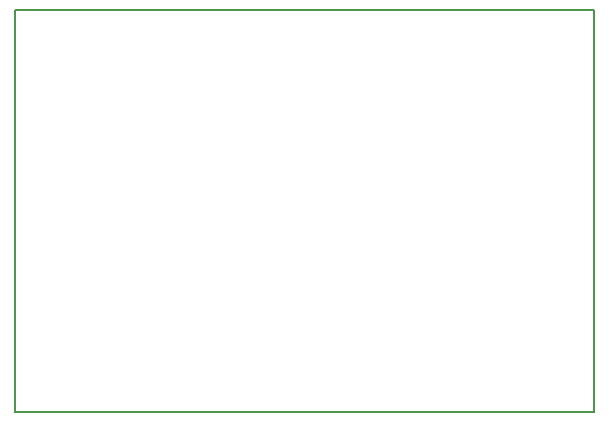
<source format=gm1>
%TF.GenerationSoftware,KiCad,Pcbnew,4.0.1-stable*%
%TF.CreationDate,2016-10-12T20:15:11+09:00*%
%TF.ProjectId,I2C_MASTER,4932435F4D41535445522E6B69636164,rev?*%
%TF.FileFunction,Profile,NP*%
%FSLAX46Y46*%
G04 Gerber Fmt 4.6, Leading zero omitted, Abs format (unit mm)*
G04 Created by KiCad (PCBNEW 4.0.1-stable) date 10/12/16 20:15:11*
%MOMM*%
G01*
G04 APERTURE LIST*
%ADD10C,0.150000*%
G04 APERTURE END LIST*
D10*
X0Y-34000000D02*
X0Y0D01*
X49000000Y-34000000D02*
X0Y-34000000D01*
X49000000Y0D02*
X49000000Y-34000000D01*
X0Y0D02*
X49000000Y0D01*
M02*

</source>
